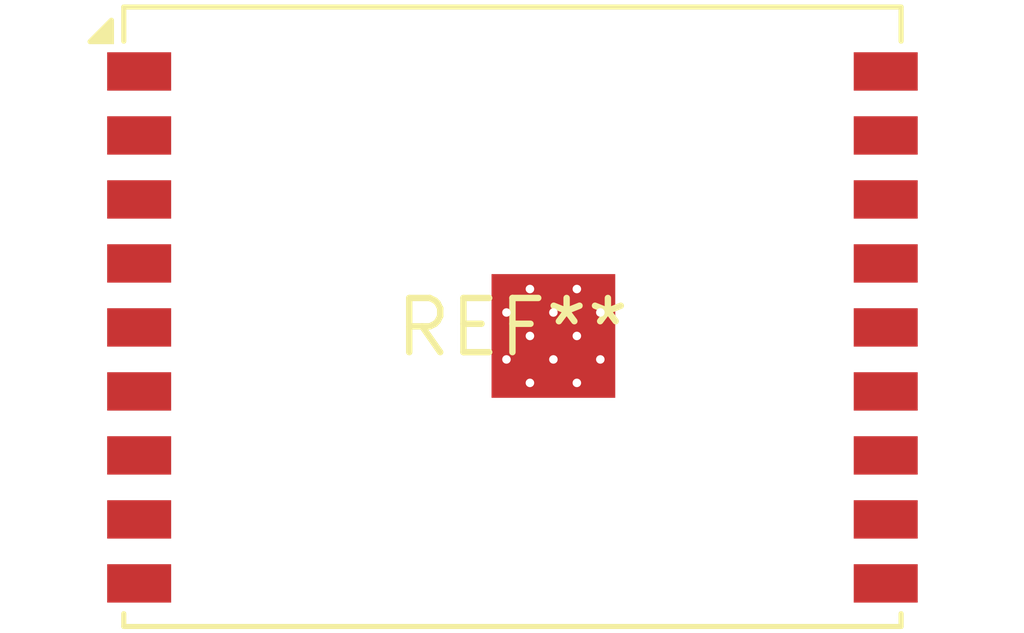
<source format=kicad_pcb>
(kicad_pcb (version 20240108) (generator pcbnew)
  (layers (0 "F.Cu" signal) (31 "B.Cu" signal) (34 "B.Paste" user) (35 "F.Paste" user) (36 "B.SilkS" user "B.Silkscreen") (37 "F.SilkS" user "F.Silkscreen") (38 "B.Mask" user) (39 "F.Mask" user) (44 "Edge.Cuts" user))
  (net 0 "")
  (footprint "ESP32-C3-WROOM-02U" (layer "F.Cu") (at 0 0)
    (property "Reference" "REF**")
    (property "Value" "ESP32-C3-WROOM-02U")
    (fp_line (start -9.11 -7.51) (end -9.11 -6.71) (layer "F.SilkS") (stroke (width 0.12)))
    (fp_line (start -9.11 -7.51) (end 9.11 -7.51) (layer "F.SilkS") (stroke (width 0.12)))
    (fp_line (start -9.11 6.71) (end -9.11 7.01) (layer "F.SilkS") (stroke (width 0.12)))
    (fp_line (start -9.11 7.01) (end 9.11 7.01) (layer "F.SilkS") (stroke (width 0.12)))
    (fp_line (start 9.11 -7.51) (end 9.11 -6.71) (layer "F.SilkS") (stroke (width 0.12)))
    (fp_line (start 9.11 6.71) (end 9.11 7.01) (layer "F.SilkS") (stroke (width 0.12)))
    (fp_poly (pts (xy -9.4 -6.7) (xy -9.9 -6.7) (xy -9.4 -7.2) (xy -9.4 -6.7)) (layer "F.SilkS") (stroke (width 0.12)) (fill solid))
    (pad "1" smd rect (at -8.75 -6) (size 1.5 0.9) (layers "F.Cu" "F.Paste" "F.Mask"))
    (pad "2" smd rect (at -8.75 -4.5) (size 1.5 0.9) (layers "F.Cu" "F.Paste" "F.Mask"))
    (pad "3" smd rect (at -8.75 -3) (size 1.5 0.9) (layers "F.Cu" "F.Paste" "F.Mask"))
    (pad "4" smd rect (at -8.75 -1.5) (size 1.5 0.9) (layers "F.Cu" "F.Paste" "F.Mask"))
    (pad "5" smd rect (at -8.75 0) (size 1.5 0.9) (layers "F.Cu" "F.Paste" "F.Mask"))
    (pad "6" smd rect (at -8.75 1.5) (size 1.5 0.9) (layers "F.Cu" "F.Paste" "F.Mask"))
    (pad "7" smd rect (at -8.75 3) (size 1.5 0.9) (layers "F.Cu" "F.Paste" "F.Mask"))
    (pad "8" smd rect (at -8.75 4.5) (size 1.5 0.9) (layers "F.Cu" "F.Paste" "F.Mask"))
    (pad "9" smd rect (at -8.75 6) (size 1.5 0.9) (layers "F.Cu" "F.Paste" "F.Mask"))
    (pad "10" smd rect (at 8.75 6) (size 1.5 0.9) (layers "F.Cu" "F.Paste" "F.Mask"))
    (pad "11" smd rect (at 8.75 4.5) (size 1.5 0.9) (layers "F.Cu" "F.Paste" "F.Mask"))
    (pad "12" smd rect (at 8.75 3) (size 1.5 0.9) (layers "F.Cu" "F.Paste" "F.Mask"))
    (pad "13" smd rect (at 8.75 1.5) (size 1.5 0.9) (layers "F.Cu" "F.Paste" "F.Mask"))
    (pad "14" smd rect (at 8.75 0) (size 1.5 0.9) (layers "F.Cu" "F.Paste" "F.Mask"))
    (pad "15" smd rect (at 8.75 -1.5) (size 1.5 0.9) (layers "F.Cu" "F.Paste" "F.Mask"))
    (pad "16" smd rect (at 8.75 -3) (size 1.5 0.9) (layers "F.Cu" "F.Paste" "F.Mask"))
    (pad "17" smd rect (at 8.75 -4.5) (size 1.5 0.9) (layers "F.Cu" "F.Paste" "F.Mask"))
    (pad "18" smd rect (at 8.75 -6) (size 1.5 0.9) (layers "F.Cu" "F.Paste" "F.Mask"))
    (pad "19" thru_hole circle (at -0.14 -0.35) (size 0.6 0.6) (drill 0.2) (property pad_prop_heatsink) (layers *.Cu "F.Mask") (remove_unused_layers))
    (pad "19" thru_hole circle (at -0.14 0.75) (size 0.6 0.6) (drill 0.2) (property pad_prop_heatsink) (layers *.Cu "F.Mask") (remove_unused_layers))
    (pad "19" thru_hole circle (at 0.41 -0.9) (size 0.6 0.6) (drill 0.2) (property pad_prop_heatsink) (layers *.Cu "F.Mask") (remove_unused_layers))
    (pad "19" thru_hole circle (at 0.41 0.2) (size 0.6 0.6) (drill 0.2) (property pad_prop_heatsink) (layers *.Cu "F.Mask") (remove_unused_layers))
    (pad "19" thru_hole circle (at 0.41 1.3) (size 0.6 0.6) (drill 0.2) (property pad_prop_heatsink) (layers *.Cu "F.Mask") (remove_unused_layers))
    (pad "19" thru_hole circle (at 0.96 -0.35) (size 0.6 0.6) (drill 0.2) (property pad_prop_heatsink) (layers *.Cu "F.Mask") (remove_unused_layers))
    (pad "19" smd rect (at 0.96 0.2) (size 2.9 2.9) (layers "F.Cu" "F.Mask"))
    (pad "19" thru_hole circle (at 0.96 0.75) (size 0.6 0.6) (drill 0.2) (property pad_prop_heatsink) (layers *.Cu "F.Mask") (remove_unused_layers))
    (pad "19" thru_hole circle (at 1.51 -0.9) (size 0.6 0.6) (drill 0.2) (property pad_prop_heatsink) (layers *.Cu "F.Mask") (remove_unused_layers))
    (pad "19" thru_hole circle (at 1.51 0.2) (size 0.6 0.6) (drill 0.2) (property pad_prop_heatsink) (layers *.Cu "F.Mask") (remove_unused_layers))
    (pad "19" thru_hole circle (at 1.51 1.3) (size 0.6 0.6) (drill 0.2) (property pad_prop_heatsink) (layers *.Cu "F.Mask") (remove_unused_layers))
    (pad "19" thru_hole circle (at 2.06 -0.35) (size 0.6 0.6) (drill 0.2) (property pad_prop_heatsink) (layers *.Cu "F.Mask") (remove_unused_layers))
    (pad "19" thru_hole circle (at 2.06 0.75) (size 0.6 0.6) (drill 0.2) (property pad_prop_heatsink) (layers *.Cu "F.Mask") (remove_unused_layers))
  )
)
</source>
